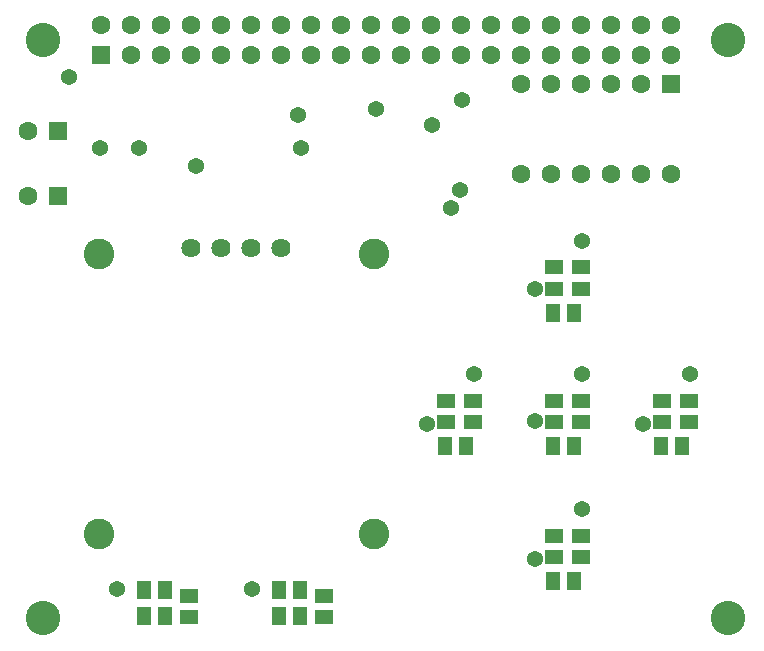
<source format=gbs>
G04 Layer_Color=16711935*
%FSLAX25Y25*%
%MOIN*%
G70*
G01*
G75*
%ADD34R,0.05912X0.05124*%
%ADD35R,0.05124X0.05912*%
%ADD38C,0.11500*%
%ADD39C,0.06306*%
%ADD40R,0.06306X0.06306*%
%ADD41C,0.10243*%
%ADD42C,0.06400*%
%ADD43C,0.00400*%
%ADD44C,0.06306*%
%ADD45R,0.06306X0.06306*%
%ADD46C,0.05400*%
D34*
X143100Y-120457D02*
D03*
Y-127543D02*
D03*
X134200Y-120457D02*
D03*
Y-127543D02*
D03*
X179100Y-120457D02*
D03*
Y-127543D02*
D03*
X170200Y-120457D02*
D03*
Y-127543D02*
D03*
X179100Y-75957D02*
D03*
Y-83043D02*
D03*
X170200Y-75957D02*
D03*
Y-83043D02*
D03*
X48600Y-185557D02*
D03*
Y-192643D02*
D03*
X93600Y-185557D02*
D03*
Y-192643D02*
D03*
X215100Y-120457D02*
D03*
Y-127543D02*
D03*
X206200Y-120457D02*
D03*
Y-127543D02*
D03*
X179100Y-165457D02*
D03*
Y-172543D02*
D03*
X170200Y-165457D02*
D03*
Y-172543D02*
D03*
D35*
X140943Y-135600D02*
D03*
X133857D02*
D03*
X176943D02*
D03*
X169857D02*
D03*
X176943Y-91100D02*
D03*
X169857D02*
D03*
X33457Y-183400D02*
D03*
X40543D02*
D03*
X33457Y-192300D02*
D03*
X40543D02*
D03*
X78457Y-183400D02*
D03*
X85543D02*
D03*
X78457Y-192300D02*
D03*
X85543D02*
D03*
X212943Y-135600D02*
D03*
X205857D02*
D03*
X176943Y-180600D02*
D03*
X169857D02*
D03*
D38*
X228400Y0D02*
D03*
X0D02*
D03*
Y-192900D02*
D03*
X228400D02*
D03*
D39*
X-5200Y-30600D02*
D03*
X19200Y5000D02*
D03*
X29200Y-5000D02*
D03*
Y5000D02*
D03*
X39200Y-5000D02*
D03*
Y5000D02*
D03*
X49200Y-5000D02*
D03*
Y5000D02*
D03*
X59200Y-5000D02*
D03*
Y5000D02*
D03*
X69200Y-5000D02*
D03*
Y5000D02*
D03*
X79200Y-5000D02*
D03*
Y5000D02*
D03*
X89200Y-5000D02*
D03*
Y5000D02*
D03*
X99200Y-5000D02*
D03*
Y5000D02*
D03*
X109200Y-5000D02*
D03*
Y5000D02*
D03*
X119200Y-5000D02*
D03*
Y5000D02*
D03*
X129200Y-5000D02*
D03*
Y5000D02*
D03*
X139200Y-5000D02*
D03*
Y5000D02*
D03*
X149200Y-5000D02*
D03*
Y5000D02*
D03*
X159200Y-5000D02*
D03*
Y5000D02*
D03*
X169200Y-5000D02*
D03*
Y5000D02*
D03*
X179200Y-5000D02*
D03*
Y5000D02*
D03*
X189200Y-5000D02*
D03*
Y5000D02*
D03*
X199200Y-5000D02*
D03*
Y5000D02*
D03*
X209200Y-5000D02*
D03*
Y5000D02*
D03*
X-5200Y-52200D02*
D03*
X159100Y-44700D02*
D03*
X169100D02*
D03*
X179100D02*
D03*
X189100D02*
D03*
X199100D02*
D03*
X209100D02*
D03*
X159100Y-14700D02*
D03*
D40*
X4800Y-30600D02*
D03*
X19200Y-5000D02*
D03*
X4800Y-52200D02*
D03*
D41*
X110306Y-164926D02*
D03*
X18574D02*
D03*
Y-71422D02*
D03*
X110306D02*
D03*
D42*
X79283Y-69454D02*
D03*
X69283D02*
D03*
X59283D02*
D03*
X49283D02*
D03*
D43*
X147088Y-111580D02*
D03*
X129372D02*
D03*
X183088D02*
D03*
X165372D02*
D03*
X183088Y-67080D02*
D03*
X165372D02*
D03*
X183088Y-156579D02*
D03*
X165372D02*
D03*
X219088Y-111580D02*
D03*
X201372D02*
D03*
X24579Y-179412D02*
D03*
Y-197128D02*
D03*
X69579Y-179412D02*
D03*
Y-197128D02*
D03*
D44*
X169100Y-14700D02*
D03*
X179100D02*
D03*
X189100D02*
D03*
X199100D02*
D03*
D45*
X209100D02*
D03*
D46*
X85000Y-25000D02*
D03*
X143500Y-111500D02*
D03*
X179500D02*
D03*
Y-67000D02*
D03*
X24500Y-183000D02*
D03*
X215500Y-111500D02*
D03*
X179500Y-156500D02*
D03*
X164000Y-83000D02*
D03*
Y-127000D02*
D03*
X128000Y-128000D02*
D03*
X164000Y-173000D02*
D03*
X200000Y-128000D02*
D03*
X69500Y-183000D02*
D03*
X136000Y-56000D02*
D03*
X139000Y-50000D02*
D03*
X111000Y-23000D02*
D03*
X129500Y-28500D02*
D03*
X139500Y-20000D02*
D03*
X19000Y-36000D02*
D03*
X32000D02*
D03*
X8495Y-12644D02*
D03*
X51000Y-42000D02*
D03*
X86000Y-36000D02*
D03*
M02*

</source>
